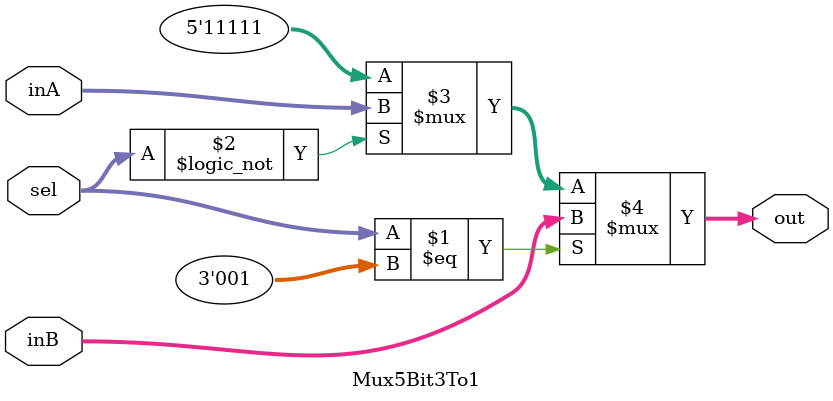
<source format=v>
`timescale 1ns / 1ps


module Mux5Bit3To1(
    input [4:0] inA,
    input [4:0] inB,
    input [2:0] sel,
    output [4:0] out
 );
 
    assign out = (sel == 1) ? inB : ((sel == 0) ? inA : 5'd31);
    
endmodule

</source>
